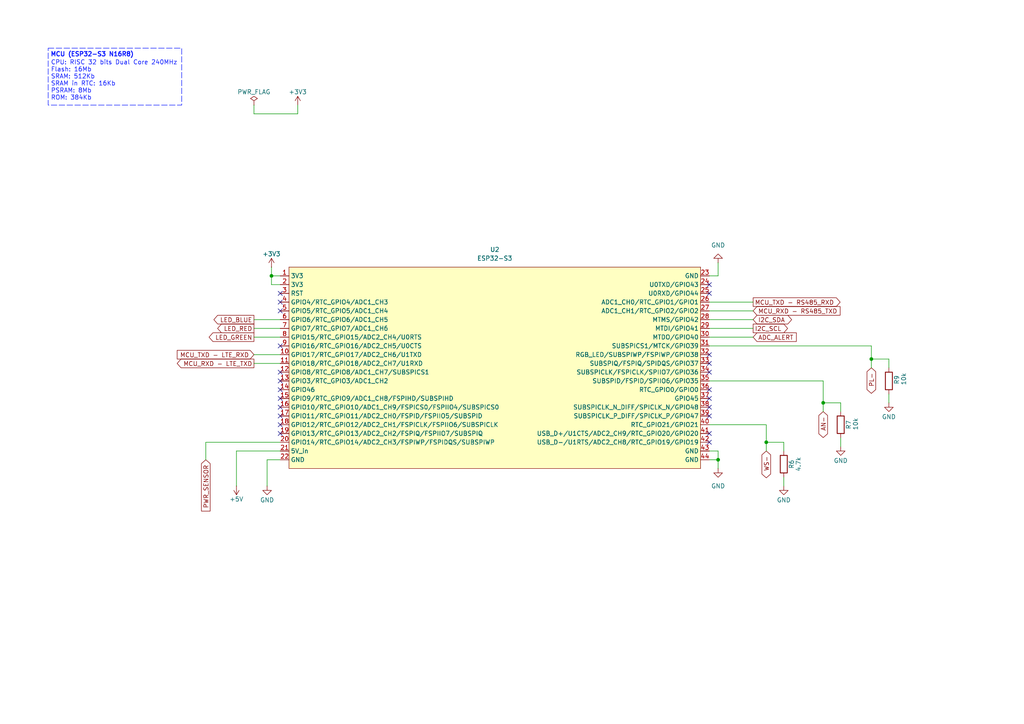
<source format=kicad_sch>
(kicad_sch (version 20250114) (generator "eeschema") (generator_version "9.0")
  (paper "A4")
  (title_block (title "ATL-100 (Multiparametric Station)") (date "2025-06-01") (rev "v0.2.0") (company "AgroTechLab (Agribusiness Technology Development Laboratory)") (comment 1 "IFSC (Federal Institute of Santa Catarina)") (comment 2 "Author: Robson Costa (robson.costa@ifsc.edu.br)") (comment 3 "Licensed under CC-BY-SA 4.0") (comment 4 "MCU (ESP32-S3 N16R8)"))
  (lib_symbols
    (symbol "AgroTechLab:ESP32-S3"
      (property "Reference" "U" (at -57.912 30.226 0))
      (property "Value" "ESP32-S3" (at 55.88 30.734 0))
      (symbol "ESP32-S3_1_1"
        (rectangle (start -58.42 29.21) (end 60.96 -29.21) (fill (type background)))
        (pin power_in line (at -60.96 26.67 0) (length 2.54) (name "3V3") (number "1"))
        (pin power_in line (at -60.96 24.13 0) (length 2.54) (name "3V3") (number "2"))
        (pin bidirectional line (at -60.96 21.59 0) (length 2.54) (name "RST") (number "3"))
        (pin bidirectional line (at -60.96 19.05 0) (length 2.54) (name "GPIO4/RTC_GPIO4/ADC1_CH3") (number "4"))
        (pin bidirectional line (at -60.96 16.51 0) (length 2.54) (name "GPIO5/RTC_GPIO5/ADC1_CH4") (number "5"))
        (pin bidirectional line (at -60.96 13.97 0) (length 2.54) (name "GPIO6/RTC_GPIO6/ADC1_CH5") (number "6"))
        (pin bidirectional line (at -60.96 11.43 0) (length 2.54) (name "GPIO7/RTC_GPIO7/ADC1_CH6") (number "7"))
        (pin bidirectional line (at -60.96 8.89 0) (length 2.54) (name "GPIO15/RTC_GPIO15/ADC2_CH4/U0RTS") (number "8"))
        (pin bidirectional line (at -60.96 6.35 0) (length 2.54) (name "GPIO16/RTC_GPIO16/ADC2_CH5/U0CTS") (number "9"))
        (pin bidirectional line (at -60.96 3.81 0) (length 2.54) (name "GPIO17/RTC_GPIO17/ADC2_CH6/U1TXD") (number "10"))
        (pin bidirectional line (at -60.96 1.27 0) (length 2.54) (name "GPIO18/RTC_GPIO18/ADC2_CH7/U1RXD") (number "11"))
        (pin bidirectional line (at -60.96 -1.27 0) (length 2.54) (name "GPIO8/RTC_GPIO8/ADC1_CH7/SUBSPICS1") (number "12"))
        (pin bidirectional line (at -60.96 -3.81 0) (length 2.54) (name "GPIO3/RTC_GPIO3/ADC1_CH2") (number "13"))
        (pin bidirectional line (at -60.96 -6.35 0) (length 2.54) (name "GPIO46") (number "14"))
        (pin bidirectional line (at -60.96 -8.89 0) (length 2.54) (name "GPIO9/RTC_GPIO9/ADC1_CH8/FSPIHD/SUBSPIHD") (number "15"))
        (pin bidirectional line (at -60.96 -11.43 0) (length 2.54) (name "GPIO10/RTC_GPIO10/ADC1_CH9/FSPICS0/FSPIIO4/SUBSPICS0") (number "16"))
        (pin bidirectional line (at -60.96 -13.97 0) (length 2.54) (name "GPIO11/RTC_GPIO11/ADC2_CH0/FSPID/FSPIIO5/SUBSPID") (number "17"))
        (pin bidirectional line (at -60.96 -16.51 0) (length 2.54) (name "GPIO12/RTC_GPIO12/ADC2_CH1/FSPICLK/FSPIIO6/SUBSPICLK") (number "18"))
        (pin bidirectional line (at -60.96 -19.05 0) (length 2.54) (name "GPIO13/RTC_GPIO13/ADC2_CH2/FSPIQ/FSPIIO7/SUBSPIQ") (number "19"))
        (pin bidirectional line (at -60.96 -21.59 0) (length 2.54) (name "GPIO14/RTC_GPIO14/ADC2_CH3/FSPIWP/FSPIDQS/SUBSPIWP") (number "20"))
        (pin power_in line (at -60.96 -24.13 0) (length 2.54) (name "5V_in") (number "21"))
        (pin power_in line (at -60.96 -26.67 0) (length 2.54) (name "GND") (number "22"))
        (pin power_in line (at 63.5 26.67 180) (length 2.54) (name "GND") (number "23"))
        (pin bidirectional line (at 63.5 24.13 180) (length 2.54) (name "U0TXD/GPIO43") (number "24"))
        (pin bidirectional line (at 63.5 21.59 180) (length 2.54) (name "U0RXD/GPIO44") (number "25"))
        (pin bidirectional line (at 63.5 19.05 180) (length 2.54) (name "ADC1_CH0/RTC_GPIO1/GPIO1") (number "26"))
        (pin bidirectional line (at 63.5 16.51 180) (length 2.54) (name "ADC1_CH1/RTC_GPIO2/GPIO2") (number "27"))
        (pin bidirectional line (at 63.5 13.97 180) (length 2.54) (name "MTMS/GPIO42") (number "28"))
        (pin bidirectional line (at 63.5 11.43 180) (length 2.54) (name "MTDI/GPIO41") (number "29"))
        (pin bidirectional line (at 63.5 8.89 180) (length 2.54) (name "MTDO/GPIO40") (number "30"))
        (pin bidirectional line (at 63.5 6.35 180) (length 2.54) (name "SUBSPICS1/MTCK/GPIO39") (number "31"))
        (pin bidirectional line (at 63.5 3.81 180) (length 2.54) (name "RGB_LED/SUBSPIWP/FSPIWP/GPIO38") (number "32"))
        (pin bidirectional line (at 63.5 1.27 180) (length 2.54) (name "SUBSPIQ/FSPIQ/SPIDQS/GPIO37") (number "33"))
        (pin bidirectional line (at 63.5 -1.27 180) (length 2.54) (name "SUBSPICLK/FSPICLK/SPIIO7/GPIO36") (number "34"))
        (pin bidirectional line (at 63.5 -3.81 180) (length 2.54) (name "SUBSPID/FSPID/SPIIO6/GPIO35") (number "35"))
        (pin bidirectional line (at 63.5 -6.35 180) (length 2.54) (name "RTC_GPIO0/GPIO0") (number "36"))
        (pin bidirectional line (at 63.5 -8.89 180) (length 2.54) (name "GPIO45") (number "37"))
        (pin bidirectional line (at 63.5 -11.43 180) (length 2.54) (name "SUBSPICLK_N_DIFF/SPICLK_N/GPIO48") (number "38"))
        (pin bidirectional line (at 63.5 -13.97 180) (length 2.54) (name "SUBSPICLK_P_DIFF/SPICLK_P/GPIO47") (number "39"))
        (pin bidirectional line (at 63.5 -16.51 180) (length 2.54) (name "RTC_GPIO21/GPIO21") (number "40"))
        (pin bidirectional line (at 63.5 -19.05 180) (length 2.54) (name "USB_D+/U1CTS/ADC2_CH9/RTC_GPIO20/GPIO20") (number "41"))
        (pin bidirectional line (at 63.5 -21.59 180) (length 2.54) (name "USB_D-/U1RTS/ADC2_CH8/RTC_GPIO19/GPIO19") (number "42"))
        (pin power_in line (at 63.5 -24.13 180) (length 2.54) (name "GND") (number "43"))
        (pin power_in line (at 63.5 -26.67 180) (length 2.54) (name "GND") (number "44"))
      )
    )
    (symbol "Device:R" (pin_numbers (hide yes)) (pin_names (offset 0))
      (property "Reference" "R" (at 2.032 0 90))
      (property "Value" "R" (at 0 0 90))
      (symbol "R_0_1"
        (rectangle (start -1.016 -2.54) (end 1.016 2.54) (stroke (width 0.254)))
      )
      (symbol "R_1_1"
        (pin passive line (at 0 3.81 270) (length 1.27) (name "~") (number "1"))
        (pin passive line (at 0 -3.81 90) (length 1.27) (name "~") (number "2"))
      )
    )
    (symbol "power:+3V3" (power) (pin_numbers (hide yes)) (pin_names (offset 0) (hide yes))
      (property "Value" "+3V3" (at 0 3.556 0))
      (symbol "+3V3_0_1"
        (polyline (pts (xy -0.762 1.27) (xy 0 2.54)))
        (polyline (pts (xy 0 2.54) (xy 0.762 1.27)))
        (polyline (pts (xy 0 0) (xy 0 2.54)))
      )
      (symbol "+3V3_1_1"
        (pin power_in line (at 0 0 90) (length 0) (name "~") (number "1"))
      )
    )
    (symbol "power:+5V" (power) (pin_numbers (hide yes)) (pin_names (offset 0) (hide yes))
      (property "Value" "+5V" (at 0 3.556 0))
      (symbol "+5V_0_1"
        (polyline (pts (xy -0.762 1.27) (xy 0 2.54)))
        (polyline (pts (xy 0 2.54) (xy 0.762 1.27)))
        (polyline (pts (xy 0 0) (xy 0 2.54)))
      )
      (symbol "+5V_1_1"
        (pin power_in line (at 0 0 90) (length 0) (name "~") (number "1"))
      )
    )
    (symbol "power:GND" (power) (pin_numbers (hide yes)) (pin_names (offset 0) (hide yes))
      (property "Value" "GND" (at 0 -3.81 0))
      (symbol "GND_0_1"
        (polyline (pts (xy 0 0) (xy 0 -1.27) (xy 1.27 -1.27) (xy 0 -2.54) (xy -1.27 -1.27) (xy 0 -1.27)))
      )
      (symbol "GND_1_1"
        (pin power_in line (at 0 0 270) (length 0) (name "~") (number "1"))
      )
    )
    (symbol "power:PWR_FLAG" (power) (pin_numbers (hide yes)) (pin_names (offset 0) (hide yes))
      (property "Value" "PWR_FLAG" (at 0 3.81 0))
      (symbol "PWR_FLAG_0_0"
        (pin power_out line (at 0 0 90) (length 0) (name "~") (number "1"))
      )
      (symbol "PWR_FLAG_0_1"
        (polyline (pts (xy 0 0) (xy 0 1.27) (xy -1.016 1.905) (xy 0 2.54) (xy 1.016 1.905) (xy 0 1.27)))
      )
    )
  )
  (rectangle (start 13.97 13.97) (end 52.705 30.48) (stroke (width 0) (type dash) (color 9 23 255 1)))
  (text "CPU: RISC 32 bits Dual Core 240MHz\nFlash: 16Mb\nSRAM: 512Kb\nSRAM in RTC: 16Kb\nPSRAM: 8Mb\nROM: 384Kb" (at 14.732 29.21 0) (effects (font (size 1.27 1.27)) (justify left bottom)))
  (text "MCU (ESP32-S3 N16R8)" (at 14.605 16.637 0) (effects (font (size 1.27 1.27) (thickness 0.254) (bold yes)) (justify left bottom)))
  (junction (at 208.28 133.35))
  (junction (at 222.25 128.27))
  (junction (at 238.76 116.84))
  (junction (at 252.73 104.14))
  (junction (at 78.74 80.01))
  (no_connect (at 81.28 118.11))
  (no_connect (at 81.28 90.17))
  (no_connect (at 205.74 118.11))
  (no_connect (at 81.28 123.19))
  (no_connect (at 81.28 113.03))
  (no_connect (at 205.74 82.55))
  (no_connect (at 81.28 125.73))
  (no_connect (at 205.74 105.41))
  (no_connect (at 205.74 115.57))
  (no_connect (at 205.74 125.73))
  (no_connect (at 205.74 128.27))
  (no_connect (at 81.28 120.65))
  (no_connect (at 81.28 87.63))
  (no_connect (at 205.74 120.65))
  (no_connect (at 81.28 107.95))
  (no_connect (at 205.74 102.87))
  (no_connect (at 81.28 110.49))
  (no_connect (at 81.28 85.09))
  (no_connect (at 205.74 107.95))
  (no_connect (at 205.74 113.03))
  (no_connect (at 205.74 85.09))
  (no_connect (at 81.28 100.33))
  (no_connect (at 81.28 115.57))
  (wire (pts (xy 73.66 95.25) (xy 81.28 95.25)))
  (wire (pts (xy 208.28 76.2) (xy 208.28 80.01)))
  (wire (pts (xy 238.76 119.38) (xy 238.76 116.84)))
  (wire (pts (xy 208.28 80.01) (xy 205.74 80.01)))
  (wire (pts (xy 205.74 95.25) (xy 218.44 95.25)))
  (wire (pts (xy 73.66 33.02) (xy 86.36 33.02)))
  (wire (pts (xy 81.28 80.01) (xy 78.74 80.01)))
  (wire (pts (xy 86.36 30.48) (xy 86.36 33.02)))
  (wire (pts (xy 205.74 130.81) (xy 208.28 130.81)))
  (wire (pts (xy 73.66 92.71) (xy 81.28 92.71)))
  (wire (pts (xy 208.28 133.35) (xy 208.28 135.89)))
  (wire (pts (xy 243.84 129.54) (xy 243.84 127)))
  (wire (pts (xy 205.74 92.71) (xy 218.44 92.71)))
  (wire (pts (xy 73.66 105.41) (xy 81.28 105.41)))
  (wire (pts (xy 73.66 97.79) (xy 81.28 97.79)))
  (wire (pts (xy 205.74 90.17) (xy 218.44 90.17)))
  (wire (pts (xy 257.81 104.14) (xy 257.81 106.68)))
  (wire (pts (xy 238.76 110.49) (xy 238.76 116.84)))
  (wire (pts (xy 227.33 140.97) (xy 227.33 138.43)))
  (wire (pts (xy 205.74 110.49) (xy 238.76 110.49)))
  (wire (pts (xy 227.33 130.81) (xy 227.33 128.27)))
  (wire (pts (xy 222.25 130.81) (xy 222.25 128.27)))
  (wire (pts (xy 205.74 100.33) (xy 252.73 100.33)))
  (wire (pts (xy 81.28 130.81) (xy 68.58 130.81)))
  (wire (pts (xy 222.25 128.27) (xy 227.33 128.27)))
  (wire (pts (xy 252.73 104.14) (xy 252.73 106.68)))
  (wire (pts (xy 252.73 104.14) (xy 257.81 104.14)))
  (wire (pts (xy 222.25 123.19) (xy 222.25 128.27)))
  (wire (pts (xy 59.69 133.35) (xy 59.69 128.27)))
  (wire (pts (xy 243.84 119.38) (xy 243.84 116.84)))
  (wire (pts (xy 73.66 102.87) (xy 81.28 102.87)))
  (wire (pts (xy 81.28 82.55) (xy 78.74 82.55)))
  (wire (pts (xy 81.28 133.35) (xy 77.47 133.35)))
  (wire (pts (xy 205.74 133.35) (xy 208.28 133.35)))
  (wire (pts (xy 208.28 130.81) (xy 208.28 133.35)))
  (wire (pts (xy 205.74 97.79) (xy 218.44 97.79)))
  (wire (pts (xy 73.66 33.02) (xy 73.66 30.48)))
  (wire (pts (xy 78.74 82.55) (xy 78.74 80.01)))
  (wire (pts (xy 257.81 114.3) (xy 257.81 116.84)))
  (wire (pts (xy 252.73 100.33) (xy 252.73 104.14)))
  (wire (pts (xy 238.76 116.84) (xy 243.84 116.84)))
  (wire (pts (xy 77.47 133.35) (xy 77.47 140.97)))
  (wire (pts (xy 68.58 130.81) (xy 68.58 140.97)))
  (wire (pts (xy 78.74 80.01) (xy 78.74 77.47)))
  (wire (pts (xy 205.74 123.19) (xy 222.25 123.19)))
  (wire (pts (xy 59.69 128.27) (xy 81.28 128.27)))
  (wire (pts (xy 205.74 87.63) (xy 218.44 87.63)))
  (global_label "ADC_ALERT" (shape input) (at 218.44 97.79 0) (property "Intersheetrefs" "${INTERSHEET_REFS}" (effects (hide yes))))
  (global_label "PL-" (shape bidirectional) (at 252.73 106.68 270) (property "Intersheetrefs" "${INTERSHEET_REFS}" (effects (hide yes))))
  (global_label "PWR_SENSOR" (shape input) (at 59.69 133.35 270) (property "Intersheetrefs" "${INTERSHEET_REFS}" (effects (hide yes))))
  (global_label "I2C_SDA" (shape bidirectional) (at 218.44 92.71 0) (property "Intersheetrefs" "${INTERSHEET_REFS}" (effects (hide yes))))
  (global_label "AN-" (shape bidirectional) (at 238.76 119.38 270) (property "Intersheetrefs" "${INTERSHEET_REFS}" (effects (hide yes))))
  (global_label "LED_GREEN" (shape output) (at 73.66 97.79 180) (property "Intersheetrefs" "${INTERSHEET_REFS}" (effects (hide yes))))
  (global_label "MCU_RXD - LTE_TXD" (shape output) (at 73.66 105.41 180) (property "Intersheetrefs" "${INTERSHEET_REFS}" (effects (hide yes))))
  (global_label "MCU_TXD - LTE_RXD" (shape input) (at 73.66 102.87 180) (property "Intersheetrefs" "${INTERSHEET_REFS}" (effects (hide yes))))
  (global_label "I2C_SCL" (shape output) (at 218.44 95.25 0) (property "Intersheetrefs" "${INTERSHEET_REFS}" (effects (hide yes))))
  (global_label "MCU_TXD - RS485_RXD" (shape output) (at 218.44 87.63 0) (property "Intersheetrefs" "${INTERSHEET_REFS}" (effects (hide yes))))
  (global_label "WS-" (shape bidirectional) (at 222.25 130.81 270) (property "Intersheetrefs" "${INTERSHEET_REFS}" (effects (hide yes))))
  (global_label "MCU_RXD - RS485_TXD" (shape input) (at 218.44 90.17 0) (property "Intersheetrefs" "${INTERSHEET_REFS}" (effects (hide yes))))
  (global_label "LED_BLUE" (shape output) (at 73.66 92.71 180) (property "Intersheetrefs" "${INTERSHEET_REFS}" (effects (hide yes))))
  (global_label "LED_RED" (shape output) (at 73.66 95.25 180) (property "Intersheetrefs" "${INTERSHEET_REFS}" (effects (hide yes))))
  (symbol (lib_id "Device:R") (at 227.33 134.62 180) (unit 1)
    (property "Reference" "R6" (at 229.583 133.2974 90) (effects (justify left)))
    (property "Value" "4.7k" (at 231.5854 132.4883 90) (effects (justify left)))
    (property "Footprint" "Resistor_THT:R_Axial_DIN0207_L6.3mm_D2.5mm_P10.16mm_Horizontal" (effects (hide yes)))
    (property "Description" "Metal Film Resistor, 4.7kΩ, 1%, 1/2W" (effects (hide yes)))
    (property "Manufacturer" "Std" (effects (hide yes)))
    (property "Part Number" "Std" (effects (hide yes)))
  )
  (symbol (lib_id "power:PWR_FLAG") (at 73.66 30.48 0) (unit 1)
    (property "Reference" "#FLG03" (effects (hide yes)))
    (property "Value" "PWR_FLAG" (at 73.66 26.67 0))
    (property "Description" "Special symbol for telling ERC where power comes from" (effects (hide yes)))
  )
  (symbol (lib_id "power:GND") (at 208.28 76.2 180) (unit 1)
    (property "Reference" "#PWR018" (effects (hide yes)))
    (property "Value" "GND" (at 208.28 71.12 0))
    (property "Description" "Power symbol creates a global label with name \"GND\" , ground" (effects (hide yes)))
  )
  (symbol (lib_id "AgroTechLab:ESP32-S3") (at 142.24 106.68 0) (unit 1)
    (property "Reference" "U2" (at 143.51 72.39 0))
    (property "Value" "ESP32-S3" (at 143.51 74.93 0))
    (property "Footprint" "AgroTechLab:ESP32-S3 N16R8" (effects (hide yes)))
    (property "Datasheet" "kicad-embed://AI-S3 ESP32-S3 Dev Board Schematic.pdf" (effects (hide yes)))
    (property "Description" "ESP32-S3 DevKit" (effects (hide yes)))
  )
  (symbol (lib_id "Device:R") (at 257.81 110.49 0) (unit 1)
    (property "Reference" "R9" (at 260.096 111.506 90) (effects (justify left)))
    (property "Value" "10k" (at 262.128 111.76 90) (effects (justify left)))
    (property "Footprint" "Resistor_THT:R_Axial_DIN0207_L6.3mm_D2.5mm_P10.16mm_Horizontal" (effects (hide yes)))
    (property "Description" "Metal Film Resistor, 10kΩ, 1%, 1/2W" (effects (hide yes)))
    (property "Manufacturer" "Std" (effects (hide yes)))
    (property "Part Number" "Std" (effects (hide yes)))
  )
  (symbol (lib_id "power:+3V3") (at 78.74 77.47 0) (unit 1)
    (property "Reference" "#PWR017" (effects (hide yes)))
    (property "Value" "+3V3" (at 78.74 73.66 0))
    (property "Description" "Power symbol creates a global label with name \"+3V3\"" (effects (hide yes)))
  )
  (symbol (lib_id "power:GND") (at 243.84 129.54 0) (unit 1)
    (property "Reference" "#PWR013" (effects (hide yes)))
    (property "Value" "GND" (at 243.84 133.604 0))
    (property "Description" "Power symbol creates a global label with name \"GND\" , ground" (effects (hide yes)))
  )
  (symbol (lib_id "Device:R") (at 243.84 123.19 180) (unit 1)
    (property "Reference" "R7" (at 246.1208 121.8396 90) (effects (justify left)))
    (property "Value" "10k" (at 248.158 121.158 90) (effects (justify left)))
    (property "Footprint" "Resistor_THT:R_Axial_DIN0207_L6.3mm_D2.5mm_P10.16mm_Horizontal" (effects (hide yes)))
    (property "Description" "Metal Film Resistor, 10kΩ, 1%, 1/2W" (effects (hide yes)))
    (property "Manufacturer" "Std" (effects (hide yes)))
    (property "Part Number" "Std" (effects (hide yes)))
  )
  (symbol (lib_id "power:GND") (at 77.47 140.97 0) (unit 1)
    (property "Reference" "#PWR016" (effects (hide yes)))
    (property "Value" "GND" (at 77.47 145.034 0))
    (property "Description" "Power symbol creates a global label with name \"GND\" , ground" (effects (hide yes)))
  )
  (symbol (lib_id "power:+5V") (at 68.58 140.97 180) (unit 1)
    (property "Reference" "#PWR015" (effects (hide yes)))
    (property "Value" "+5V" (at 68.58 144.78 0))
    (property "Description" "Power symbol creates a global label with name \"+5V\"" (effects (hide yes)))
  )
  (symbol (lib_id "power:+3V3") (at 86.36 30.48 0) (unit 1)
    (property "Reference" "#PWR011" (effects (hide yes)))
    (property "Value" "+3V3" (at 86.36 26.67 0))
    (property "Description" "Power symbol creates a global label with name \"+3V3\"" (effects (hide yes)))
  )
  (symbol (lib_id "power:GND") (at 257.81 116.84 0) (unit 1)
    (property "Reference" "#PWR020" (effects (hide yes)))
    (property "Value" "GND" (at 257.81 120.904 0))
    (property "Description" "Power symbol creates a global label with name \"GND\" , ground" (effects (hide yes)))
  )
  (symbol (lib_id "power:GND") (at 227.33 140.97 0) (unit 1)
    (property "Reference" "#PWR012" (effects (hide yes)))
    (property "Value" "GND" (at 227.33 145.034 0))
    (property "Description" "Power symbol creates a global label with name \"GND\" , ground" (effects (hide yes)))
  )
  (symbol (lib_id "power:GND") (at 208.28 135.89 0) (unit 1)
    (property "Reference" "#PWR019" (effects (hide yes)))
    (property "Value" "GND" (at 208.28 140.97 0))
    (property "Description" "Power symbol creates a global label with name \"GND\" , ground" (effects (hide yes)))
  )
)
</source>
